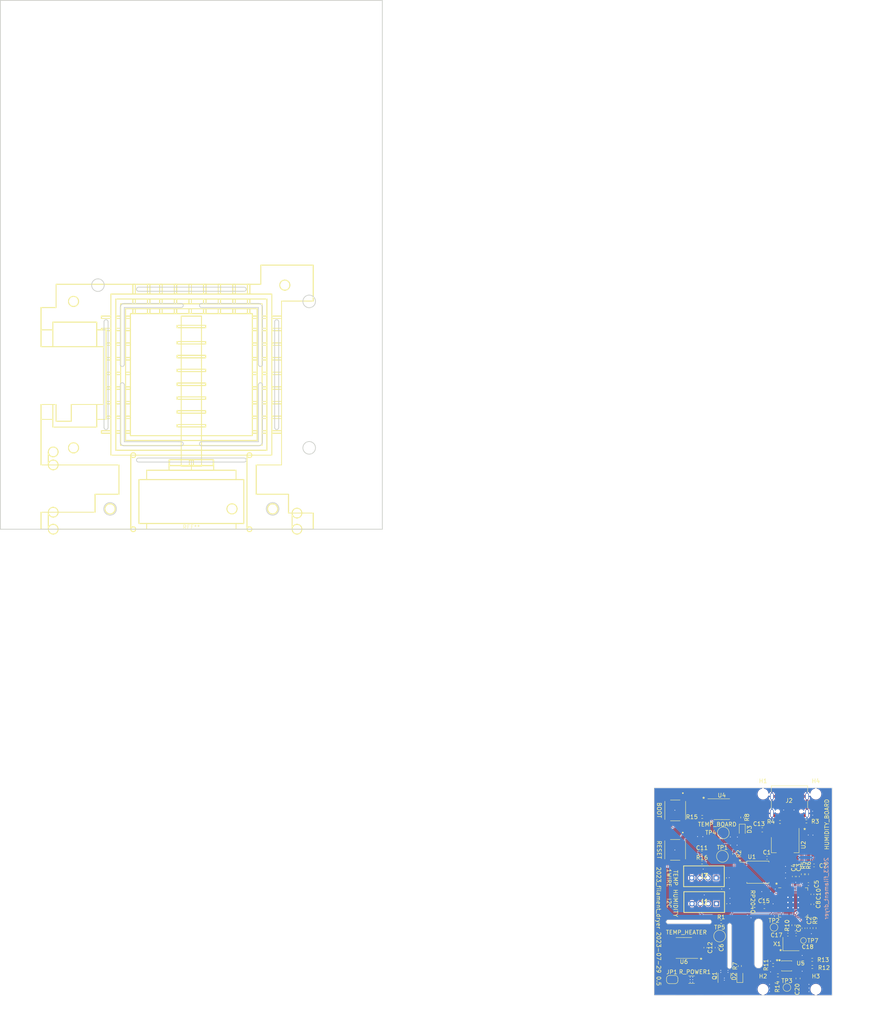
<source format=kicad_pcb>
(kicad_pcb (version 20221018) (generator pcbnew)
  (title_block (title "2023_filament_dryer") (date "2023-07-29") (rev "0.5") (company "Salami Brothers") (comment 1 "Designed by Vishnu Mohanan") (comment 2 "Copyright 2021-2023 CIRCUITSTATE Electronics LLP") (comment 3 "Released under MIT Open-source License"))
  (layers (0 "F.Cu" signal) (31 "B.Cu" signal) (34 "B.Paste" user) (35 "F.Paste" user) (36 "B.SilkS" user "B.Silkscreen") (37 "F.SilkS" user "F.Silkscreen") (38 "B.Mask" user) (39 "F.Mask" user) (44 "Edge.Cuts" user))
  (net 0 "")
  (net 1 "+1V1")
  (net 2 "GND")
  (net 3 "+3V3")
  (net 4 "/RUN")
  (net 5 "/XIN")
  (net 6 "/USB_D+")
  (net 7 "/USB_D-")
  (net 8 "Net-(C18-Pad1)")
  (net 9 "/GPIO_HEATER")
  (net 10 "/HUMIDITY_SDA")
  (net 11 "/HUMIDITY_SCL")
  (net 12 "/TEMP_BOARD_1WIRE")
  (net 17 "/TEMP_HEATING_1WIRE")
  (net 18 "/HUMIDITY_GROVE_SCL")
  (net 34 "/QSPI_SS")
  (net 35 "/XOUT")
  (net 36 "/QSPI_SD1")
  (net 37 "/QSPI_SD2")
  (net 38 "/QSPI_SD0")
  (net 39 "/QSPI_SCLK")
  (net 40 "/QSPI_SD3")
  (net 41 "Net-(D2-A)")
  (net 42 "Net-(D3-K)")
  (net 43 "Net-(J2-CC1)")
  (net 45 "/HUMIDITY_GROVE_SDA")
  (net 46 "Net-(J2-CC2)")
  (net 48 "Net-(U3-USB-DP)")
  (net 49 "Net-(U3-USB-DM)")
  (net 50 "Net-(Q1-D)")
  (net 51 "Net-(U5-ADDR)")
  (net 52 "Net-(U5-~{RESET})")
  (net 65 "/TEMP_GROVE_1WIRE")
  (net 71 "+5V")
  (net 72 "Net-(JP1-B)")
  (footprint "00_project_library:grove_vert_holes" (layer "F.Cu") (at 129.158 85.725 180)
    (fp_text reference "J3")
    (fp_text value "grove_vert_holes" hide)
  )
  (footprint "Resistor_SMD:R_0402_1005Metric_Pad0.72x0.64mm_HandSolder" (layer "F.Cu") (at 130.3915 96.52)
    (fp_text reference "R1")
    (fp_text value "4k7")
  )
  (footprint "TestPoint:TestPoint_Pad_D1.0mm" (layer "F.Cu") (at 150.6474 101.1174)
    (fp_text reference "TP7")
    (fp_text value "TestPoint")
  )
  (footprint "Resistor_SMD:R_0402_1005Metric_Pad0.72x0.64mm_HandSolder" (layer "F.Cu") (at 152.8064 105.8672 180)
    (fp_text reference "R13")
    (fp_text value "10k")
  )
  (footprint "Capacitor_SMD:C_0402_1005Metric" (layer "F.Cu") (at 146.812 99.6696 180)
    (fp_text reference "C17")
    (fp_text value "30p")
  )
  (footprint "00_project_library:dryer_print3d" (layer "F.Cu") (at 0 0)
    (fp_text reference "REF**")
    (fp_text value "dryer_print3d")
  )
  (footprint "00_project_library:SW_TS-1187A-B-A-B" (layer "F.Cu") (at 119.096 69.136 -90)
    (fp_text reference "SW_BOOT1" hide)
    (fp_text value "Boot")
  )
  (footprint "Resistor_SMD:R_0402_1005Metric_Pad0.72x0.64mm_HandSolder" (layer "F.Cu") (at 144.3736 109.6772 180)
    (fp_text reference "R14")
    (fp_text value "10k")
  )
  (footprint "Resistor_SMD:R_0402_1005Metric_Pad0.72x0.64mm_HandSolder" (layer "F.Cu") (at 125.6925 81.915)
    (fp_text reference "R16")
    (fp_text value "4k7")
  )
  (footprint "Capacitor_SMD:C_0402_1005Metric_Pad0.74x0.62mm_HandSolder" (layer "F.Cu") (at 129.286 102.877526 -90)
    (fp_text reference "C6")
    (fp_text value "100n")
  )
  (footprint "Capacitor_SMD:C_0603_1608Metric" (layer "F.Cu") (at 140.5128 73.914 180)
    (fp_text reference "C13")
    (fp_text value "10u")
  )
  (footprint "Capacitor_SMD:C_0402_1005Metric_Pad0.74x0.62mm_HandSolder" (layer "F.Cu") (at 125.6705 79.502)
    (fp_text reference "C11")
    (fp_text value "100n")
  )
  (footprint "Resistor_SMD:R_0402_1005Metric_Pad0.72x0.64mm_HandSolder" (layer "F.Cu") (at 135.001 107.391 90)
    (fp_text reference "R7")
    (fp_text value "470R")
  )
  (footprint "MountingHole:MountingHole_2.2mm_M2" (layer "F.Cu") (at 153.7 113.11)
    (fp_text reference "H3")
    (fp_text value "MountingHole")
  )
  (footprint "Resistor_SMD:R_0402_1005Metric_Pad0.72x0.64mm_HandSolder" (layer "F.Cu") (at 148.1836 97.3582 -90)
    (fp_text reference "R10")
    (fp_text value "1k")
  )
  (footprint "Resistor_SMD:R_0402_1005Metric_Pad0.72x0.64mm_HandSolder" (layer "F.Cu") (at 151.384 71.8312)
    (fp_text reference "R3")
    (fp_text value "5.1K")
  )
  (footprint "Capacitor_SMD:C_0402_1005Metric_Pad0.74x0.62mm_HandSolder" (layer "F.Cu") (at 141.6812 80.772 180)
    (fp_text reference "C1")
    (fp_text value "100n")
  )
  (footprint "TestPoint:TestPoint_Pad_D1.5mm" (layer "F.Cu") (at 143.4084 97.8662)
    (fp_text reference "TP2")
    (fp_text value "TestPoint")
  )
  (footprint "Capacitor_SMD:C_0402_1005Metric_Pad0.74x0.62mm_HandSolder" (layer "F.Cu") (at 126.510423 102.877526 -90)
    (fp_text reference "C12")
    (fp_text value "100n")
  )
  (footprint "00_project_library_circuitstate:RP2040-QFN-56" (layer "F.Cu") (at 148.1099 91.7677)
    (fp_text reference "U3" hide)
    (fp_text value "RP2040")
  )
  (footprint "Resistor_SMD:R_0402_1005Metric_Pad0.72x0.64mm_HandSolder" (layer "F.Cu") (at 150.511 84.836 -90)
    (fp_text reference "R5")
    (fp_text value "27R")
  )
  (footprint "Capacitor_SMD:C_0402_1005Metric_Pad0.74x0.62mm_HandSolder" (layer "F.Cu") (at 151.9428 98.0781 -90)
    (fp_text reference "C2")
    (fp_text value "100n")
  )
  (footprint "Capacitor_SMD:C_0402_1005Metric_Pad0.74x0.62mm_HandSolder" (layer "F.Cu") (at 152.8572 89.7636 -90)
    (fp_text reference "C10")
    (fp_text value "100n")
  )
  (footprint "00_project_library:SON50P250X250X90-9T110X180N" (layer "F.Cu") (at 146.5228 107.3634)
    (fp_text reference "U5")
    (fp_text value "SHT31-DIS")
  )
  (footprint "Capacitor_SMD:C_0402_1005Metric_Pad0.74x0.62mm_HandSolder" (layer "F.Cu") (at 151.8753 87.249)
    (fp_text reference "C5")
    (fp_text value "1u")
  )
  (footprint "Capacitor_SMD:C_0402_1005Metric_Pad0.74x0.62mm_HandSolder" (layer "F.Cu") (at 148.2852 85.3861 90)
    (fp_text reference "C4")
    (fp_text value "1u")
  )
  (footprint "TestPoint:TestPoint_Pad_D2.5mm" (layer "F.Cu") (at 130.9116 74.6506)
    (fp_text reference "TP4")
    (fp_text value "TestPoint")
  )
  (footprint "00_project_library:SW_TS-1187A-B-A-B" (layer "F.Cu") (at 119.0745 78.836 -90)
    (fp_text reference "SW_RESET1" hide)
    (fp_text value "Reset")
  )
  (footprint "Resistor_SMD:R_0402_1005Metric_Pad0.72x0.64mm_HandSolder" (layer "F.Cu") (at 135.5852 70.8659 -90)
    (fp_text reference "R8")
    (fp_text value "470R")
  )
  (footprint "Capacitor_SMD:C_0402_1005Metric_Pad0.74x0.62mm_HandSolder" (layer "F.Cu") (at 150.6474 98.1035 90)
    (fp_text reference "C9")
    (fp_text value "100n")
  )
  (footprint "Capacitor_SMD:C_0402_1005Metric_Pad0.74x0.62mm_HandSolder" (layer "F.Cu") (at 152.8572 92.2274 90)
    (fp_text reference "C8")
    (fp_text value "100n")
  )
  (footprint "MountingHole:MountingHole_2.2mm_M2" (layer "F.Cu") (at 140.7 113.11)
    (fp_text reference "H2")
    (fp_text value "MountingHole")
  )
  (footprint "00_project_library:USB_C_Receptacle_Palconn_UTC16-G" (layer "F.Cu") (at 147.21 67.931 180)
    (fp_text reference "J2")
    (fp_text value "USB_C_Receptacle_USB2.0")
  )
  (footprint "Resistor_SMD:R_0402_1005Metric_Pad0.72x0.64mm_HandSolder" (layer "F.Cu") (at 143.1833 107.1354 180)
    (fp_text reference "R11")
    (fp_text value "10k")
  )
  (footprint "TestPoint:TestPoint_Pad_D1.5mm" (layer "F.Cu") (at 146.5834 112.6744)
    (fp_text reference "TP3")
    (fp_text value "TestPoint")
  )
  (footprint "Package_SO:SOIC-8_3.9x4.9mm_P1.27mm" (layer "F.Cu") (at 121.22 102.946 180)
    (fp_text reference "U6")
    (fp_text value "DS18B20Z")
  )
  (footprint "MountingHole:MountingHole_2.2mm_M2" (layer "F.Cu") (at 153.7 65.11)
    (fp_text reference "H4")
    (fp_text value "MountingHole")
  )
  (footprint "Package_TO_SOT_SMD:SOT-23" (layer "F.Cu") (at 131.18475 109.79275 90)
    (fp_text reference "Q1")
    (fp_text value "NMOS")
  )
  (footprint "Capacitor_SMD:C_0603_1608Metric" (layer "F.Cu") (at 141.0338 92.7608 180)
    (fp_text reference "C15")
    (fp_text value "10u")
  )
  (footprint "Resistor_SMD:R_0402_1005Metric_Pad0.72x0.64mm_HandSolder" (layer "F.Cu") (at 153.378 98.0714 90)
    (fp_text reference "R9")
    (fp_text value "10K")
  )
  (footprint "Resistor_SMD:R_0402_1005Metric_Pad0.72x0.64mm_HandSolder" (layer "F.Cu") (at 133.604 79.8189 -90)
    (fp_text reference "R2")
    (fp_text value "10K")
  )
  (footprint "Package_SO:SOIC-8_5.23x5.23mm_P1.27mm" (layer "F.Cu") (at 139.446 84.328)
    (fp_text reference "U1")
    (fp_text value "W25Q128JVS")
  )
  (footprint "TestPoint:TestPoint_Pad_D2.5mm" (layer "F.Cu") (at 130.7084 80.4164)
    (fp_text reference "TP1")
    (fp_text value "TestPoint")
  )
  (footprint "MountingHole:MountingHole_2.2mm_M2" (layer "F.Cu") (at 140.7 65.11)
    (fp_text reference "H1")
    (fp_text value "MountingHole")
  )
  (footprint "LED_SMD:LED_0603_1608Metric" (layer "F.Cu") (at 135.001 109.9565 90)
    (fp_text reference "D2")
    (fp_text value "HEATING_LED")
  )
  (footprint "Capacitor_SMD:C_0402_1005Metric_Pad0.74x0.62mm_HandSolder" (layer "F.Cu") (at 149.2758 85.3861 90)
    (fp_text reference "C3")
    (fp_text value "100n")
  )
  (footprint "Resistor_SMD:R_1206_3216Metric" (layer "F.Cu") (at 123.1203 110.744)
    (fp_text reference "R_POWER1")
    (fp_text value "120")
  )
  (footprint "Capacitor_SMD:C_0402_1005Metric" (layer "F.Cu") (at 148.844 99.6442)
    (fp_text reference "C18")
    (fp_text value "30p")
  )
  (footprint "Capacitor_SMD:C_0402_1005Metric_Pad0.74x0.62mm_HandSolder" (layer "F.Cu") (at 153.2469 82.6516)
    (fp_text reference "C7")
    (fp_text value "100n")
  )
  (footprint "LED_SMD:LED_0603_1608Metric" (layer "F.Cu") (at 135.5852 73.9901 -90)
    (fp_text reference "D3")
    (fp_text value "POW_LED")
  )
  (footprint "Resistor_SMD:R_0402_1005Metric_Pad0.72x0.64mm_HandSolder" (layer "F.Cu") (at 152.8318 107.618 180)
    (fp_text reference "R12")
    (fp_text value "10k")
  )
  (footprint "Package_TO_SOT_SMD:SOT-223-3_TabPin2" (layer "F.Cu") (at 146.1516 77.6224 -90)
    (fp_text reference "U2")
    (fp_text value "AMS1117-3.3")
  )
  (footprint "Capacitor_SMD:C_0603_1608Metric" (layer "F.Cu") (at 149.3168 110.4504 -90)
    (fp_text reference "C20")
    (fp_text value "10u")
  )
  (footprint "TestPoint:TestPoint_Pad_D2.5mm" (layer "F.Cu") (at 130.0226 100.0252)
    (fp_text reference "TP5")
    (fp_text value "TestPoint")
  )
  (footprint "Jumper:SolderJumper-2_P1.3mm_Open_RoundedPad1.0x1.5mm" (layer "F.Cu") (at 118.3536 110.7186)
    (fp_text reference "JP1")
    (fp_text value "Jumper_2_Bridged")
  )
  (footprint "Resistor_SMD:R_0402_1005Metric_Pad0.72x0.64mm_HandSolder" (layer "F.Cu") (at 151.511 84.836 -90)
    (fp_text reference "R6")
    (fp_text value "27R")
  )
  (footprint "Resistor_SMD:R_0402_1005Metric_Pad0.72x0.64mm_HandSolder" (layer "F.Cu") (at 144.8695 71.9836 180)
    (fp_text reference "R4")
    (fp_text value "5.1K")
  )
  (footprint "Package_SO:SOIC-8_3.9x4.9mm_P1.27mm" (layer "F.Cu") (at 130.556 68.834)
    (fp_text reference "U4")
    (fp_text value "DS18B20Z")
  )
  (footprint "Crystal:Crystal_SMD_3225-4Pin_3.2x2.5mm" (layer "F.Cu") (at 147.5994 101.981)
    (fp_text reference "X1")
    (fp_text value "12MHz Yangxing Tech X322512MSB4SI")
  )
  (footprint "00_project_library:grove_vert_holes" (layer "F.Cu") (at 129.222 92.075 180)
    (fp_text reference "J1")
    (fp_text value "grove_vert_holes" hide)
  )
  (footprint "Resistor_SMD:R_0402_1005Metric_Pad0.72x0.64mm_HandSolder" (layer "F.Cu") (at 125.73 70.739)
    (fp_text reference "R15")
    (fp_text value "4k7")
  )
  (gr_arc (start 13 -17.5) (mid 13.5 -17) (end 13 -16.5) (stroke (width 0.2)) (layer "Edge.Cuts"))
  (gr_arc (start -17.5 -54.5) (mid -17.207107 -55.207107) (end -16.5 -55.5) (stroke (width 0.2)) (layer "Edge.Cuts"))
  (gr_line (start -16.5 -35.5) (end -16.5 -21.5) (stroke (width 0.2)) (layer "Edge.Cuts"))
  (gr_arc (start 17.5 -40.5) (mid 17 -40) (end 16.5 -40.5) (stroke (width 0.2)) (layer "Edge.Cuts"))
  (gr_arc (start 127.516 96.02) (mid 128.016 96.52) (end 127.516 97.02) (stroke (width 0.1)) (layer "Edge.Cuts"))
  (gr_arc (start 131.961 97.401) (mid 132.461 96.901) (end 132.961 97.401) (stroke (width 0.1)) (layer "Edge.Cuts"))
  (gr_line (start 13 -16.5) (end -13 -16.5) (stroke (width 0.2)) (layer "Edge.Cuts"))
  (gr_line (start 16.5 -21.5) (end 16.5 -35.5) (stroke (width 0.2)) (layer "Edge.Cuts"))
  (gr_circle (center -23 -60) (end -21.45 -60) (stroke (width 0.2)) (fill none) (layer "Edge.Cuts"))
  (gr_arc (start -17.5 -35.5) (mid -17 -36) (end -16.5 -35.5) (stroke (width 0.2)) (layer "Edge.Cuts"))
  (gr_line (start -47 -130) (end 47 -130) (stroke (width 0.2)) (layer "Edge.Cuts"))
  (gr_line (start 17.5 -35.5) (end 17.5 -21.5) (stroke (width 0.2)) (layer "Edge.Cuts"))
  (gr_line (start 16.5 -40.5) (end 16.5 -54.5) (stroke (width 0.2)) (layer "Edge.Cuts"))
  (gr_line (start 113.919 63.6) (end 157.7 63.6) (stroke (width 0.1)) (layer "Edge.Cuts"))
  (gr_line (start 157.7 114.6) (end 113.919 114.554) (stroke (width 0.1)) (layer "Edge.Cuts"))
  (gr_arc (start -20.5 -25) (mid -21 -24.5) (end -21.5 -25) (stroke (width 0.2)) (layer "Edge.Cuts"))
  (gr_arc (start -21.5 -51) (mid -21 -51.5) (end -20.5 -51) (stroke (width 0.2)) (layer "Edge.Cuts"))
  (gr_line (start 140.589 96.774) (end 140.589 106.917) (stroke (width 0.1)) (layer "Edge.Cuts"))
  (gr_line (start -2.5 -54.5) (end -16.5 -54.5) (stroke (width 0.2)) (layer "Edge.Cuts"))
  (gr_arc (start 2.5 -20.5) (mid 2 -21) (end 2.5 -21.5) (stroke (width 0.2)) (layer "Edge.Cuts"))
  (gr_arc (start -2.5 -21.5) (mid -2 -21) (end -2.5 -20.5) (stroke (width 0.2)) (layer "Edge.Cuts"))
  (gr_line (start -16.5 -20.5) (end -2.5 -20.5) (stroke (width 0.2)) (layer "Edge.Cuts"))
  (gr_line (start 47 0) (end -47 0) (stroke (width 0.2)) (layer "Edge.Cuts"))
  (gr_line (start -13 -58.5) (end 13 -58.5) (stroke (width 0.2)) (layer "Edge.Cuts"))
  (gr_line (start -13 -59.5) (end 13 -59.5) (stroke (width 0.2)) (layer "Edge.Cuts"))
  (gr_arc (start 21.5 -25) (mid 21 -24.5) (end 20.5 -25) (stroke (width 0.2)) (layer "Edge.Cuts"))
  (gr_arc (start 138.589 96.774) (mid 139.589 95.774) (end 140.589 96.774) (stroke (width 0.1)) (layer "Edge.Cuts"))
  (gr_arc (start 16.5 -35.5) (mid 17 -36) (end 17.5 -35.5) (stroke (width 0.2)) (layer "Edge.Cuts"))
  (gr_line (start 132.961 107.544) (end 132.961 97.401) (stroke (width 0.1)) (layer "Edge.Cuts"))
  (gr_line (start -17.5 -21.5) (end -17.5 -35.5) (stroke (width 0.2)) (layer "Edge.Cuts"))
  (gr_line (start 2.5 -21.5) (end 16.5 -21.5) (stroke (width 0.2)) (layer "Edge.Cuts"))
  (gr_line (start -20.5 -51) (end -20.5 -25) (stroke (width 0.2)) (layer "Edge.Cuts"))
  (gr_arc (start -16.5 -40.5) (mid -17 -40) (end -17.5 -40.5) (stroke (width 0.2)) (layer "Edge.Cuts"))
  (gr_line (start 16.5 -55.5) (end 2.5 -55.5) (stroke (width 0.2)) (layer "Edge.Cuts"))
  (gr_arc (start 140.589 106.917) (mid 139.589 107.917) (end 138.589 106.917) (stroke (width 0.1)) (layer "Edge.Cuts"))
  (gr_arc (start 132.961 107.544) (mid 132.461 108.044) (end 131.961 107.544) (stroke (width 0.1)) (layer "Edge.Cuts"))
  (gr_arc (start 117.373 97.02) (mid 116.873 96.52) (end 117.373 96.02) (stroke (width 0.1)) (layer "Edge.Cuts"))
  (gr_arc (start -13 -58.5) (mid -13.5 -59) (end -13 -59.5) (stroke (width 0.2)) (layer "Edge.Cuts"))
  (gr_line (start 138.589 96.774) (end 138.589 106.917) (stroke (width 0.1)) (layer "Edge.Cuts"))
  (gr_circle (center 29 -56) (end 30.55 -56) (stroke (width 0.2)) (fill none) (layer "Edge.Cuts"))
  (gr_line (start 13 -17.5) (end -13 -17.5) (stroke (width 0.2)) (layer "Edge.Cuts"))
  (gr_line (start 157.7 63.6) (end 157.7 114.6) (stroke (width 0.1)) (layer "Edge.Cuts"))
  (gr_line (start 17.5 -54.5) (end 17.5 -40.5) (stroke (width 0.2)) (layer "Edge.Cuts"))
  (gr_line (start 20.5 -25) (end 20.5 -51) (stroke (width 0.2)) (layer "Edge.Cuts"))
  (gr_line (start 113.919 114.554) (end 113.919 63.6) (stroke (width 0.1)) (layer "Edge.Cuts"))
  (gr_line (start -2.5 -21.5) (end -16.5 -21.5) (stroke (width 0.2)) (layer "Edge.Cuts"))
  (gr_line (start 2.5 -54.5) (end 16.5 -54.5) (stroke (width 0.2)) (layer "Edge.Cuts"))
  (gr_arc (start -13 -16.5) (mid -13.5 -17) (end -13 -17.5) (stroke (width 0.2)) (layer "Edge.Cuts"))
  (gr_line (start -47 0) (end -47 -130) (stroke (width 0.2)) (layer "Edge.Cuts"))
  (gr_arc (start 20.5 -51) (mid 21 -51.5) (end 21.5 -51) (stroke (width 0.2)) (layer "Edge.Cuts"))
  (gr_line (start -17.5 -40.5) (end -17.5 -54.5) (stroke (width 0.2)) (layer "Edge.Cuts"))
  (gr_line (start 117.373 97.02) (end 127.516 97.02) (stroke (width 0.1)) (layer "Edge.Cuts"))
  (gr_line (start -16.5 -54.5) (end -16.5 -40.5) (stroke (width 0.2)) (layer "Edge.Cuts"))
  (gr_arc (start 16.5 -55.5) (mid 17.207107 -55.207107) (end 17.5 -54.5) (stroke (width 0.2)) (layer "Edge.Cuts"))
  (gr_line (start 131.961 107.544) (end 131.961 97.401) (stroke (width 0.1)) (layer "Edge.Cuts"))
  (gr_line (start 16.5 -20.5) (end 2.5 -20.5) (stroke (width 0.2)) (layer "Edge.Cuts"))
  (gr_line (start -21.5 -51) (end -21.5 -25) (stroke (width 0.2)) (layer "Edge.Cuts"))
  (gr_line (start 117.373 96.02) (end 127.516 96.02) (stroke (width 0.1)) (layer "Edge.Cuts"))
  (gr_circle (center 20 -5) (end 21.55 -5) (stroke (width 0.2)) (fill none) (layer "Edge.Cuts"))
  (gr_circle (center -20 -5) (end -18.45 -5) (stroke (width 0.2)) (fill none) (layer "Edge.Cuts"))
  (gr_arc (start -16.5 -20.5) (mid -17.207107 -20.792893) (end -17.5 -21.5) (stroke (width 0.2)) (layer "Edge.Cuts"))
  (gr_arc (start 13 -59.5) (mid 13.5 -59) (end 13 -58.5) (stroke (width 0.2)) (layer "Edge.Cuts"))
  (gr_line (start 47 -130) (end 47 0) (stroke (width 0.2)) (layer "Edge.Cuts"))
  (gr_arc (start 17.5 -21.5) (mid 17.207107 -20.792893) (end 16.5 -20.5) (stroke (width 0.2)) (layer "Edge.Cuts"))
  (gr_arc (start 2.5 -54.5) (mid 2 -55) (end 2.5 -55.5) (stroke (width 0.2)) (layer "Edge.Cuts"))
  (gr_circle (center 29 -20) (end 30.55 -20) (stroke (width 0.2)) (fill none) (layer "Edge.Cuts"))
  (gr_arc (start -2.5 -55.5) (mid -2 -55) (end -2.5 -54.5) (stroke (width 0.2)) (layer "Edge.Cuts"))
  (gr_line (start 21.5 -25) (end 21.5 -51) (stroke (width 0.2)) (layer "Edge.Cuts"))
  (gr_line (start -16.5 -55.5) (end -2.5 -55.5) (stroke (width 0.2)) (layer "Edge.Cuts"))
  (gr_text "${TITLE}" (at 156.8535 80.6034 90) (layer "B.SilkS") (effects (font (size 1 1)) (justify left bottom mirror)))
  (gr_text "*" (at 125.603 66.929) (layer "F.SilkS") (effects (font (size 1 1)) (justify left bottom)))
  (gr_text "*" (at 134.5438 82.3214) (layer "F.SilkS") (effects (font (size 1 1)) (justify left bottom)))
  (gr_text "RP2040" (at 138.176 91.5924 270) (layer "F.SilkS") (effects (font (size 1 1))))
  (gr_text "TEMP\n1WIRE" (at 116.967 85.725 -90) (layer "F.SilkS") (effects (font (size 1 1)) (justify bottom)))
  (gr_text "HUMIDITY_BOARD" (at 156.9974 78.9178 90) (layer "F.SilkS") (effects (font (size 1 1)) (justify left bottom)))
  (gr_text "*" (at 124.968 106.502) (layer "F.SilkS") (effects (font (size 1 1)) (justify left bottom)))
  (gr_text "TEMP_HEATER" (at 116.713 99.695) (layer "F.SilkS") (effects (font (size 1 1)) (justify left bottom)))
  (gr_text "HUMIDITY\nI2C" (at 116.967 91.948 270) (layer "F.SilkS") (effects (font (size 1 1)) (justify bottom)))
  (gr_text "*" (at 143.5379 88.0339) (layer "F.SilkS") (effects (font (size 1 1)) (justify left bottom)))
  (gr_text "${TITLE} ${ISSUE_DATE} ${REVISION}" (at 114.427 82.931 270) (layer "F.SilkS") (effects (font (size 1 1)) (justify left bottom)))
  (gr_text "*" (at 150.4696 74.5998) (layer "F.SilkS") (effects (font (size 1 1)) (justify left bottom)))
  (gr_text "RESET" (at 114.554 76.454 270) (layer "F.SilkS") (effects (font (size 1 1)) (justify left bottom)))
  (gr_text "BOOT" (at 114.554 67.056 270) (layer "F.SilkS") (effects (font (size 1 1)) (justify left bottom)))
  (gr_text "*" (at 144.5514 104.394) (layer "F.SilkS") (effects (font (size 1 1)) (justify left bottom)))
  (gr_text "TEMP_BOARD" (at 124.587 73.152) (layer "F.SilkS") (effects (font (size 1 1)) (justify left bottom)))
  (gr_text "*" (at 143.6878 106.8578) (layer "F.SilkS") (effects (font (size 1 1)) (justify left bottom)))
  (segment (start 148.7099 94.6935) (end 148.7099 95.2052) (width 0.15) (layer "F.Cu") (net 1))
  (segment (start 148.7099 95.6493) (end 149.9108 96.8502) (width 0.15) (layer "F.Cu") (net 1))
  (segment (start 148.2852 85.9536) (end 149.2758 85.9536) (width 0.15) (layer "F.Cu") (net 1))
  (segment (start 151.9428 97.0534) (end 151.9428 97.5106) (width 0.15) (layer "F.Cu") (net 1))
  (segment (start 148.7099 94.6935) (end 149.0575 94.3459) (width 0.15) (layer "F.Cu") (net 1))
  (segment (start 147.9099 87.5227) (end 147.955 87.4776) (width 0.15) (layer "F.Cu") (net 1))
  (segment (start 147.955 87.4776) (end 147.955 86.2838) (width 0.15) (layer "F.Cu") (net 1))
  (segment (start 149.9099 87.5801) (end 149.987 87.503) (width 0.15) (layer "F.Cu") (net 1))
  (segment (start 147.9099 88.3302) (end 147.9099 87.5227) (width 0.15) (layer "F.Cu") (net 1))
  (segment (start 149.9099 88.3302) (end 149.9099 87.5801) (width 0.15) (layer "F.Cu") (net 1))
  (segment (start 151.7396 96.8502) (end 151.9428 97.0534) (width 0.15) (layer "F.Cu") (net 1))
  (segment (start 149.9108 96.8502) (end 151.7396 96.8502) (width 0.15) (layer "F.Cu") (net 1))
  (segment (start 148.7099 95.2052) (end 148.7099 95.6493) (width 0.15) (layer "F.Cu") (net 1))
  (segment (start 147.955 86.2838) (end 148.2852 85.9536) (width 0.15) (layer "F.Cu") (net 1))
  (via (at 149.0575 94.3459) (size 0.4) (drill 0.2) (layers "F.Cu" "B.Cu") (net 1))
  (via (at 147.955 87.4776) (size 0.4) (drill 0.2) (layers "F.Cu" "B.Cu") (net 1))
  (via (at 149.987 87.503) (size 0.4) (drill 0.2) (layers "F.Cu" "B.Cu") (net 1))
  (segment (start 147.9804 87.503) (end 148.728 87.503) (width 0.15) (layer "B.Cu") (net 1))
  (segment (start 148.728 87.503) (end 149.987 87.503) (width 0.15) (layer "B.Cu") (net 1))
  (segment (start 149.0575 94.3459) (end 148.717 94.0054) (width 0.15) (layer "B.Cu") (net 1))
  (segment (start 148.717 94.0054) (end 148.717 87.514) (width 0.15) (layer "B.Cu") (net 1))
  (segment (start 147.955 87.4776) (end 147.9804 87.503) (width 0.15) (layer "B.Cu") (net 1))
  (segment (start 144.01 70.441) (end 143.47 70.441) (width 0.6) (layer "F.Cu") (net 2))
  (segment (start 143.47 70.441) (end 142.89 69.861) (width 0.6) (layer "F.Cu") (net 2))
  (segment (start 150.41 70.441) (end 150.95 70.441) (width 0.6) (layer "F.Cu") (net 2))
  (segment (start 147.6978 107.1134) (end 146.7728 107.1134) (width 0.15) (layer "F.Cu") (net 2))
  (segment (start 150.95 70.441) (end 151.53 69.861) (width 0.6) (layer "F.Cu") (net 2))
  (segment (start 120.9925 66.215) (end 120.9925 72.215) (width 0.15) (layer "F.Cu") (net 2))
  (segment (start 142.89 65.691) (end 151.53 65.691) (width 0.6) (layer "F.Cu") (net 2))
  (segment (start 151.53 69.861) (end 151.53 65.691) (width 0.6) (layer "F.Cu") (net 2))
  (via (at 124.587 75.565) (size 0.4) (drill 0.2) (layers "F.Cu" "B.Cu") (net 2))
  (via (at 152 112.8) (size 0.4) (drill 0.2) (layers "F.Cu" "B.Cu") (net 2))
  (via (at 143.1798 92.1004) (size 0.4) (drill 0.2) (layers "F.Cu" "B.Cu") (net 2))
  (via (at 132.461 88.392) (size 0.4) (drill 0.2) (layers "F.Cu" "B.Cu") (net 2))
  (via (at 118.999 78.867) (size 0.4) (drill 0.2) (layers "F.Cu" "B.Cu") (net 2))
  (via (at 132.6642 75.6666) (size 0.4) (drill 0.2) (layers "F.Cu" "B.Cu") (net 2))
  (via (at 130.302 108.458) (size 0.4) (drill 0.2) (layers "F.Cu" "B.Cu") (net 2))
  (via (at 142.3 113.7) (size 0.4) (drill 0.2) (layers "F.Cu" "B.Cu") (net 2))
  (via (at 122.7628 110.109) (size 0.4) (drill 0.2) (layers "F.Cu" "B.Cu") (net 2))
  (via (at 143.256 71.9836) (size 0.4) (drill 0.2) (layers "F.Cu" "B.Cu") (net 2))
  (via (at 132.715 77.6732) (size 0.4) (drill 0.2) (layers "F.Cu" "B.Cu") (net 2))
  (via (at 142.5448 106.1974) (size 0.4) (drill 0.2) (layers "F.Cu" "B.Cu") (net 2))
  (via (at 123.3978 110.109) (size 0.4) (drill 0.2) (layers "F.Cu" "B.Cu") (net 2))
  (via (at 147.0406 96.4184) (size 0.4) (drill 0.2) (layers "F.Cu" "B.Cu") (net 2))
  (via (at 125.984 83.566) (size 0.4) (drill 0.2) (layers "F.Cu" "B.Cu") (net 2))
  (via (at 147.0152 97.3836) (size 0.4) (drill 0.2) (layers "F.Cu" "B.Cu") (net 2))
  (via (at 140.4366 90.7034) (size 0.4) (drill 0.2) (layers "F.Cu" "B.Cu") (net 2))
  (via (at 146.8628 98.7806) (size 0.4) (drill 0.2) (layers "F.Cu" "B.Cu") (net 2))
  (via (at 132.588 92.0496) (size 0.4) (drill 0.2) (layers "F.Cu" "B.Cu") (net 2))
  (via (at 134.3914 75.692) (size 0.4) (drill 0.2) (layers "F.Cu" "B.Cu") (net 2))
  (via (at 142.5448 108.839) (size 0.4) (drill 0.2) (layers "F.Cu" "B.Cu") (net 2))
  (via (at 152.908 69.342) (size 0.4) (drill 0.2) (layers "F.Cu" "B.Cu") (net 2))
  (via (at 148.336 69.0372) (size 0.4) (drill 0.2) (layers "F.Cu" "B.Cu") (net 2))
  (via (at 151.4204 95.1043) (size 0.4) (drill 0.2) (layers "F.Cu" "B.Cu") (net 2))
  (via (at 143.51 95.0976) (size 0.4) (drill 0.2) (layers "F.Cu" "B.Cu") (net 2))
  (via (at 123.3978 110.744) (size 0.4) (drill 0.2) (layers "F.Cu" "B.Cu") (net 2))
  (via (at 148.6408 98.7552) (size 0.4) (drill 0.2) (layers "F.Cu" "B.Cu") (net 2))
  (via (at 134.3152 77.6732) (size 0.4) (drill 0.2) (layers "F.Cu" "B.Cu") (net 2))
  (via (at 140.3858 89.1032) (size 0.4) (drill 0.2) (layers "F.Cu" "B.Cu") (net 2))
  (via (at 150.3426 104.8004) (size 0.4) (drill 0.2) (layers "F.Cu" "B.Cu") (net 2))
  (via (at 125.8824 75.5904) (size 0.4) (drill 0.2) (layers "F.Cu" "B.Cu") (net 2))
  (via (at 146.2532 84.4804) (size 0.4) (drill 0.2) (layers "F.Cu" "B.Cu") (net 2))
  (via (at 126.238 89.916) (size 0.4) (drill 0.2) (layers "F.Cu" "B.Cu") (net 2))
  (via (at 152.6032 99.441) (size 0.4) (drill 0.2) (layers "F.Cu" "B.Cu") (net 2))
  (via (at 122.7628 111.379) (size 0.4) (drill 0.2) (layers "F.Cu" "B.Cu") (net 2))
  (via (at 152 113.7) (size 0.4) (drill 0.2) (layers "F.Cu" "B.Cu") (net 2))
  (via (at 122.7628 110.744) (size 0.4) (drill 0.2) (layers "F.Cu" "B.Cu") (net 2))
  (via (at 132.08 108.966) (size 0.4) (drill 0.2) (layers "F.Cu" "B.Cu") (net 2))
  (via (at 131.191 110.363) (size 0.4) (drill 0.2) (layers "F.Cu" "B.Cu") (net 2))
  (via (at 146.2278 82.9056) (size 0.4) (drill 0.2) (layers "F.Cu" "B.Cu") (net 2))
  (via (at 145.7706 69.0372) (size 0.4) (drill 0.2) (layers "F.Cu" "B.Cu") (net 2))
  (via (at 150.4188 106.7562) (size 0.4) (drill 0.2) (layers "F.Cu" "B.Cu") (net 2))
  (via (at 118.999 69.088) (size 0.4) (drill 0.2) (layers "F.Cu" "B.Cu") (net 2))
  (via (at 146.2278 85.7758) (size 0.4) (drill 0.2) (layers "F.Cu" "B.Cu") (net 2))
  (via (at 150.3426 108.6612) (size 0.4) (drill 0.2) (layers "F.Cu" "B.Cu") (net 2))
  (via (at 150.4188 87.0712) (size 0.4) (drill 0.2) (layers "F.Cu" "B.Cu") (net 2))
  (via (at 142.5448 89.027) (size 0.4) (drill 0.2) (layers "F.Cu" "B.Cu") (net 2))
  (via (at 136.8552 94.869) (size 0.4) (drill 0.2) (layers "F.Cu" "B.Cu") (net 2))
  (via (at 132.08 108.458) (size 0.4) (drill 0.2) (layers "F.Cu" "B.Cu") (net 2))
  (via (at 152.9334 70.3072) (size 0.4) (drill 0.2) (layers "F.Cu" "B.Cu") (net 2))
  (via (at 132.5626 90.7288) (size 0.4) (drill 0.2) (layers "F.Cu" "B.Cu") (net 2))
  (via (at 142.3 112.8) (size 0.4) (drill 0.2) (layers "F.Cu" "B.Cu") (net 2))
  (via (at 152 111.9) (size 0.4) (drill 0.2) (layers "F.Cu" "B.Cu") (net 2))
  (via (at 142.3 111.9) (size 0.4) (drill 0.2) (layers "F.Cu" "B.Cu") (net 2))
  (via (at 130.5306 88.4428) (size 0.4) (drill 0.2) (layers "F.Cu" "B.Cu") (net 2))
  (via (at 132.3848 85.6742) (size 0.4) (drill 0.2) (layers "F.Cu" "B.Cu") (net 2))
  (via (at 131.191 110.871) (size 0.4) (drill 0.2) (layers "F.Cu" "B.Cu") (net 2))
  (via (at 142.6464 71.9836) (size 0.4) (drill 0.2) (layers "F.Cu" "B.Cu") (net 2))
  (via (at 123.3978 111.379) (size 0.4) (drill 0.2) (layers "F.Cu" "B.Cu") (net 2))
  (via (at 151.4348 95.9358) (size 0.4) (drill 0.2) (layers "F.Cu" "B.Cu") (net 2))
  (via (at 152.0444 83.3628) (size 0.4) (drill 0.2) (layers "F.Cu" "B.Cu") (net 2))
  (via (at 152.9842 75.2094) (size 0.4) (drill 0.2) (layers "F.Cu" "B.Cu") (net 2))
  (via (at 151.8412 75.184) (size 0.4) (drill 0.2) (layers "F.Cu" "B.Cu") (net 2))
  (via (at 137.7442 95.5294) (size 0.4) (drill 0.2) (layers "F.Cu" "B.Cu") (net 2))
  (via (at 143.7132 88.4682) (size 0.4) (drill 0.2) (layers "F.Cu" "B.Cu") (net 2))
  (via (at 130.302 108.966) (size 0.4) (drill 0.2) (layers "F.Cu" "B.Cu") (net 2))
  (via (at 148.7424 86.8172) (size 0.4) (drill 0.2) (layers "F.Cu" "B.Cu") (net 2))
  (segment (start 152.6794 80.9623) (end 152.4762 81.0006) (width 0.3) (layer "F.Cu") (net 3))
  (segment (start 123.695 102.311) (end 126.509449 102.311) (width 0.3) (layer "F.Cu") (net 3))
  (segment (start 148.6719 89.1897) (end 145.9635 89.1897) (width 0.3) (layer "F.Cu") (net 3))
  (segment (start 125.1953 76.2508) (end 125.222 69.469) (width 0.3) (layer "F.Cu") (net 3))
  (segment (start 128.143 98.044) (end 122.047 98.044) (width 0.3) (layer "F.Cu") (net 3))
  (segment (start 149.3168 108.4736) (end 149.3168 109.6754) (width 0.15) (layer "F.Cu") (net 3))
  (segment (start 151.1323 87.1451) (end 152.6794 85.598) (width 0.3) (layer "F.Cu") (net 3))
  (segment (start 148.303 95.7758) (end 149.3266 96.7994) (width 0.15) (layer "F.Cu") (net 3))
  (segment (start 150.7039 89.4437) (end 150.7039 92.8183) (width 0.3) (layer "F.Cu") (net 3))
  (segment (start 148.3099 94.1585) (end 148.717 93.7514) (width 0.3) (layer "F.Cu") (net 3))
  (segment (start 152.6794 83.0834) (end 152.6794 80.9623) (width 0.3) (layer "F.Cu") (net 3))
  (segment (start 149.7076 80.4672) (end 149.7076 81.0514) (width 0.3) (layer "F.Cu") (net 3))
  (segment (start 151.6144 109.6754) (end 153.416 107.8738) (width 0.3) (layer "F.Cu") (net 3))
  (segment (start 152.6794 83.0834) (end 152.6794 82.6516) (width 0.3) (layer "F.Cu") (net 3))
  (segment (start 150.5769 89.3167) (end 150.7039 89.4437) (width 0.3) (layer "F.Cu") (net 3))
  (segment (start 143.0532 80.7724) (end 143.0528 80.772) (width 0.3) (layer "F.Cu") (net 3))
  (segment (start 153.416 107.8738) (end 153.416 98.7577) (width 0.3) (layer "F.Cu") (net 3))
  (segment (start 149.377 80.7724) (end 146.1516 80.7724) (width 1) (layer "F.Cu") (net 3))
  (segment (start 133.0198 76.708) (end 134.0358 76.708) (width 1) (layer "F.Cu") (net 3))
  (segment (start 125.2715 76.327) (end 125.1953 76.2508) (width 0.3) (layer "F.Cu") (net 3))
  (segment (start 150.7099 87.8051) (end 151.1323 87.3827) (width 0.3) (layer "F.Cu") (net 3))
  (segment (start 150.7545 92.7677) (end 150.7039 92.8183) (width 0.15) (layer "F.Cu") (net 3))
  (segment (start 148.717 93.7514) (end 150.3426 93.7514) (width 0.3) (layer "F.Cu") (net 3))
  (segment (start 146.1516 76.3016) (end 146.1516 74.4724) (width 1) (layer "F.Cu") (net 3))
  (segment (start 125.984 94.996) (end 128.143 94.996) (width 0.3) (layer "F.Cu") (net 3))
  (segment (start 151.5474 89.1677) (end 151.13665 88.75695) (width 0.15) (layer "F.Cu") (net 3))
  (segment (start 125.222 69.469) (end 128.081 69.469) (width 0.3) (layer "F.Cu") (net 3))
  (segment (start 145.7452 89.408) (end 145.7452 92.71) (width 0.3) (layer "F.Cu") (net 3))
  (segment (start 148.1478 108.1134) (end 148.9566 108.1134) (width 0.15) (layer "F.Cu") (net 3))
  (segment (start 145.5049 89.1677) (end 145.7452 89.408) (width 0.15) (layer "F.Cu") (net 3))
  (segment (start 143.0528 80.772) (end 143.0528 82.4162) (width 0.3) (layer "F.Cu") (net 3))
  (segment (start 150.3099 88.3302) (end 150.7099 88.3302) (width 0.15) (layer "F.Cu") (net 3))
  (segment (start 133.5278 76.708) (end 133.0198 76.708) (width 0.3) (layer "F.Cu") (net 3))
  (segment (start 146.1516 80.7724) (end 143.0532 80.7724) (width 0.3) (layer "F.Cu") (net 3))
  (segment (start 149.3266 97.3502) (end 150.6474 98.671) (width 0.15) (layer "F.Cu") (net 3))
  (segment (start 126.510423 102.310026) (end 129.286 102.310026) (width 0.3) (layer "F.Cu") (net 3))
  (segment (start 122.123 102.311) (end 123.695 102.311) (width 0.3) (layer "F.Cu") (net 3))
  (segment (start 144.6724 92.7677) (end 145.6875 92.7677) (width 0.15) (layer "F.Cu") (net 3))
  (segment (start 133.604 76.3778) (end 133.604 79.2214) (width 0.3) (layer "F.Cu") (net 3))
  (segment (start 152.4762 80.4926) (end 152.4891 80.772) (width 0.3) (layer "F.Cu") (net 3))
  (segment (start 151.5474 92.7677) (end 152.7705 92.7677) (width 0.15) (layer "F.Cu") (net 3))
  (segment (start 129.794 96.52) (end 128.778 96.52) (width 0.15) (layer "F.Cu") (net 3))
  (segment (start 151.13665 88.75695) (end 150.7099 88.3302) (width 0.3) (layer "F.Cu") (net 3))
  (segment (start 128.778 96.52) (end 128.778 97.409) (width 0.3) (layer "F.Cu") (net 3))
  (segment (start 152.6794 85.598) (end 152.6794 83.0834) (width 0.3) (layer "F.Cu") (net 3))
  (segment (start 148.3099 88.3302) (end 148.7099 88.3302) (width 0.15) (layer "F.Cu") (net 3))
  (segment (start 135.5852 76.327) (end 135.5852 74.7776) (width 0.3) (layer "F.Cu") (net 3))
  (segment (start 150.7099 88.3302) (end 150.7099 87.8051) (width 0.3) (layer "F.Cu") (net 3))
  (segment (start 152.4762 81.0006) (end 152.4762 80.4926) (width 0.3) (layer "F.Cu") (net 3))
  (segment (start 125.158 85.725) (end 125.1953 76.2508) (width 0.3) (layer "F.Cu") (net 3))
  (segment (start 135.5598 76.708) (end 146.1008 76.708) (width 1) (layer "F.Cu") (net 3))
  (segment (start 144.9729 109.6754) (end 151.6144 109.6754) (width 0.3) (layer "F.Cu") (net 3))
  (segment (start 121.666 101.854) (end 122.123 102.311) (width 0.3) (layer "F.Cu") (net 3))
  (segment (start 145.6875 92.7677) (end 145.6944 92.7608) (width 0.15) (layer "F.Cu") (net 3))
  (segment (start 150.5769 89.3167) (end 151.13665 88.75695) (width 0.3) (layer "F.Cu") (net 3))
  (segment (start 146.1262 76.327) (end 146.1516 76.3016) (width 0.3) (layer "F.Cu") (net 3))
  (segment (start 148.3099 94.672725) (end 148.3099 94.1585) (width 0.3) (layer "F.Cu") (net 3))
  (segment (start 150.7039 93.3901) (end 150.7039 92.8183) (width 0.3) (layer "F.Cu") (net 3))
  (segment (start 151.5474 92.7677) (end 150.7545 92.7677) (width 0.15) (layer "F.Cu") (net 3))
  (segment (start 148.303 95.2121) (end 148.303 95.7758) (width 0.15) (layer "F.Cu") (net 3))
  (segment (start 148.9566 108.1134) (end 149.3168 108.4736) (width 0.15) (layer "F.Cu") (net 3))
  (segment (start 149.7076 81.0514) (end 149.7072 80.7724) (width 0.3) (layer "F.Cu") (net 3))
  (segment (start 148.7099 89.1517) (end 148.6719 89.1897) (width 0.15) (layer "F.Cu") (net 3))
  (segment (start 150.3426 93.7514) (end 150.7039 93.3901) (width 0.3) (layer "F.Cu") (net 3))
  (segment (start 151.5474 89.1677) (end 152.657 89.1677) (width 0.15) (layer "F.Cu") (net 3))
  (segment (start 128.778 97.409) (end 128.143 98.044) (width 0.3) (layer "F.Cu") (net 3))
  (segment (start 144.6724 92.7677) (end 141.8157 92.7677) (width 0.15) (layer "F.Cu") (net 3))
  (segment (start 144.6724 89.1677) (end 145.5049 89.1677) (width 0.15) (layer "F.Cu") (net 3))
  (segment (start 125.158 85.725) (end 125.222 94.361) (width 0.3) (layer "F.Cu") (net 3))
  (segment (start 153.2128 99.9744) (end 151.9508 99.9744) (width 0.3) (layer "F.Cu") (net 3))
  (segment (start 121.666 98.425) (end 121.666 101.854) (width 0.3) (layer "F.Cu") (net 3))
  (segment (start 149.3266 96.7994) (end 149.3266 97.3502) (width 0.15) (layer "F.Cu") (net 3))
  (segment (start 146.1516 76.3016) (end 146.1516 80.7724) (width 1) (layer "F.Cu") (net 3))
  (segment (start 150.4499 89.1897) (end 150.5769 89.3167) (width 0.3) (layer "F.Cu") (net 3))
  (segment (start 143.0528 80.772) (end 142.2487 80.772) (width 0.3) (layer "F.Cu") (net 3))
  (segment (start 133.0198 76.708) (end 125.2461 76.708) (width 1) (layer "F.Cu") (net 3))
  (segment (start 148.7099 88.3302) (end 148.7099 89.1517) (width 0.15) (layer "F.Cu") (net 3))
  (segment (start 125.222 94.361) (end 125.984 94.996) (width 0.3) (layer "F.Cu") (net 3))
  (segment (start 128.778 95.504) (end 128.778 96.52) (width 0.3) (layer "F.Cu") (net 3))
  (segment (start 134.0358 76.708) (end 135.5598 76.708) (width 1) (layer "F.Cu") (net 3))
  (segment (start 151.9508 99.9744) (end 150.6474 98.671) (width 0.3) (layer "F.Cu") (net 3))
  (segment (start 145.9635 89.1897) (end 145.7452 89.408) (width 0.3) (layer "F.Cu") (net 3))
  (segment (start 148.6719 89.1897) (end 150.4499 89.1897) (width 0.3) (layer "F.Cu") (net 3))
  (segment (start 128.143 94.996) (end 128.778 95.504) (width 0.3) (layer "F.Cu") (net 3))
  (segment (start 145.7452 92.71) (end 145.6944 92.7608) (width 0.3) (layer "F.Cu") (net 3))
  (segment (start 122.047 98.044) (end 121.666 98.425) (width 0.3) (layer "F.Cu") (net 3))
  (segment (start 149.7076 80.772) (end 149.7076 80.4672) (width 0.3) (layer "F.Cu") (net 3))
  (via (at 149.7076 81.0514) (size 0.4) (drill 0.2) (layers "F.Cu" "B.Cu") (net 3))
  (via (at 149.7076 80.4672) (size 0.4) (drill 0.2) (layers "F.Cu" "B.Cu") (net 3))
  (via (at 152.8826 80.7466) (size 0.4) (drill 0.2) (layers "F.Cu" "B.Cu") (net 3))
  (via (at 152.4762 81.0006) (size 0.4) (drill 0.2) (layers "F.Cu" "B.Cu") (net 3))
  (via (at 152.4762 80.4926) (size 0.4) (drill 0.2) (layers "F.Cu" "B.Cu") (net 3))
  (via (at 149.4028 80.7466) (size 0.4) (drill 0.2) (layers "F.Cu" "B.Cu") (net 3))
  (segment (start 152.6286 80.7466) (end 152.654 80.772) (width 1) (layer "B.Cu") (net 3))
  (segment (start 149.6822 80.7466) (end 152.6286 80.7466) (width 1) (layer "B.Cu") (net 3))
  (segment (start 117.1995 81.836) (end 117.1995 75.836) (width 0.15) (layer "F.Cu") (net 4))
  (segment (start 153.378 96.9646) (end 153.378 97.4739) (width 0.15) (layer "F.Cu") (net 4))
  (segment (start 149.9099 95.2052) (end 149.9099 96.112978) (width 0.15) (layer "F.Cu") (net 4))
  (segment (start 117.1995 81.836) (end 117.1995 82.9525) (width 0.15) (layer "F.Cu") (net 4))
  (segment (start 149.9099 96.112978) (end 149.910522 96.1136) (width 0.15) (layer "F.Cu") (net 4))
  (segment (start 150.316922 96.52) (end 152.9334 96.52) (width 0.15) (layer "F.Cu") (net 4))
  (segment (start 149.910522 96.1136) (end 150.316922 96.52) (width 0.15) (layer "F.Cu") (net 4))
  (segment (start 152.9334 96.52) (end 153.378 96.9646) (width 0.15) (layer "F.Cu") (net 4))
  (via (at 117.1995 82.9525) (size 0.4) (drill 0.2) (layers "F.Cu" "B.Cu") (net 4))
  (via (at 149.910522 96.1136) (size 0.4) (drill 0.2) (layers "F.Cu" "B.Cu") (net 4))
  (segment (start 117.1956 92.8624) (end 117.1956 82.9564) (width 0.15) (layer "B.Cu") (net 4))
  (segment (start 117.1956 82.9564) (end 117.1995 82.9525) (width 0.15) (layer "B.Cu") (net 4))
  (segment (start 118.8212 94.488) (end 117.1956 92.8624) (width 0.15) (layer "B.Cu") (net 4))
  (segment (start 136.679159 94.444) (end 136.635159 94.488) (width 0.15) (layer "B.Cu") (net 4))
  (segment (start 136.635159 94.488) (end 118.8212 94.488) (width 0.15) (layer "B.Cu") (net 4))
  (segment (start 148.240922 94.444) (end 136.679159 94.444) (width 0.15) (layer "B.Cu") (net 4))
  (segment (start 149.910522 96.1136) (end 148.240922 94.444) (width 0.15) (layer "B.Cu") (net 4))
  (segment (start 147.5099 102.4007) (end 147.0796 102.831) (width 0.15) (layer "F.Cu") (net 5))
  (segment (start 147.5099 99.6442) (end 147.5099 102.4007) (width 0.15) (layer "F.Cu") (net 5))
  (segment (start 147.5099 95.2052) (end 147.5099 99.6442) (width 0.15) (layer "F.Cu") (net 5))
  (segment (start 146.46 69.2948) (end 146.46 70.441) (width 0.2) (layer "F.Cu") (net 6))
  (segment (start 147.46 70.441) (end 147.46 69.311) (width 0.2) (layer "F.Cu") (net 6))
  (segment (start 147.5232 73.0758) (end 146.46 72.0126) (width 0.2) (layer "F.Cu") (net 6))
  (segment (start 146.4564 69.2912) (end 146.46 69.2948) (width 0.2) (layer "F.Cu") (net 6))
  (segment (start 150.511 84.2385) (end 150.511 73.7268) (width 0.2) (layer "F.Cu") (net 6))
  (segment (start 147.5232 73.0758) (end 149.86 73.0758) (width 0.2) (layer "F.Cu") (net 6))
  (segment (start 147.3386 69.1896) (end 146.558 69.1896) (width 0.2) (layer "F.Cu") (net 6))
  (segment (start 146.558 69.1896) (end 146.4564 69.2912) (width 0.2) (layer "F.Cu") (net 6))
  (segment (start 146.46 72.0126) (end 146.46 70.441) (width 0.2) (layer "F.Cu") (net 6))
  (segment (start 147.46 69.311) (end 147.3386 69.1896) (width 0.2) (layer "F.Cu") (net 6))
  (segment (start 150.511 73.7268) (end 149.86 73.0758) (width 0.2) (layer "F.Cu") (net 6))
  (segment (start 146.96 71.776) (end 147.4724 72.2884) (width 0.2) (layer "F.Cu") (net 7))
  (segment (start 146.96 70.441) (end 146.96 71.776) (width 0.2) (layer "F.Cu") (net 7))
  (segment (start 147.96 72.2834) (end 147.955 72.2884) (width 0.2) (layer "F.Cu") (net 7))
  (segment (start 147.96 70.441) (end 147.96 72.2834) (width 0.2) (layer "F.Cu") (net 7))
  (segment (start 151.511 84.2385) (end 151.2498 83.9773) (width 0.2) (layer "F.Cu") (net 7))
  (segment (start 151.2498 83.9773) (end 151.2498 73.6528) (width 0.2) (layer "F.Cu") (net 7))
  (segment (start 147.4724 72.2884) (end 147.955 72.2884) (width 0.2) (layer "F.Cu") (net 7))
  (segment (start 147.955 72.2884) (end 149.8854 72.2884) (width 0.2) (layer "F.Cu") (net 7))
  (segment (start 149.8854 72.2884) (end 151.2498 73.6528) (width 0.2) (layer "F.Cu") (net 7))
  (segment (start 148.6994 100.1574) (end 148.6994 101.131) (width 0.15) (layer "F.Cu") (net 8))
  (segment (start 148.6994 101.131) (end 150.6338 101.131) (width 0.15) (layer "F.Cu") (net 8))
  (segment (start 148.1862 99.6442) (end 148.6994 100.1574) (width 0.15) (layer "F.Cu") (net 8))
  (segment (start 148.1836 97.9557) (end 148.1836 99.6416) (width 0.15) (layer "F.Cu") (net 8))
  (segment (start 137.795 94.7674) (end 142.2654 94.7674) (width 0.15) (layer "F.Cu") (net 9))
  (segment (start 135.001 110.744) (end 135.4836 110.744) (width 0.15) (layer "F.Cu") (net 9))
  (segment (start 135.4836 110.744) (end 136.906 109.3216) (width 0.15) (layer "F.Cu") (net 9))
  (segment (start 143.4651 93.5677) (end 144.6724 93.5677) (width 0.15) (layer "F.Cu") (net 9))
  (segment (start 132.13475 110.73025) (end 134.98725 110.73025) (width 0.15) (layer "F.Cu") (net 9))
  (segment (start 136.906 95.6564) (end 137.795 94.7674) (width 0.15) (layer "F.Cu") (net 9))
  (segment (start 142.2654 94.7674) (end 143.4651 93.5677) (width 0.15) (layer "F.Cu") (net 9))
  (segment (start 136.906 109.3216) (end 136.906 95.6564) (width 0.15) (layer "F.Cu") (net 9))
  (segment (start 144.8978 106.6134) (end 144.8978 97.9678) (width 0.15) (layer "F.Cu") (net 10))
  (segment (start 144.8978 105.8672) (end 152.2089 105.8672) (width 0.15) (layer "F.Cu") (net 10))
  (segment (start 145.3519 93.9677) (end 145.4912 94.107) (width 0.15) (layer "F.Cu") (net 10))
  (segment (start 143.4084 97.8662) (end 144.7962 97.8662) (width 0.15) (layer "F.Cu") (net 10))
  (segment (start 144.8978 97.9678) (end 144.8978 94.968709) (width 0.15) (layer "F.Cu") (net 10))
  (segment (start 145.4912 94.107) (end 145.4912 94.375309) (width 0.15) (layer "F.Cu") (net 10))
  (segment (start 144.7962 97.8662) (end 144.8978 97.9678) (width 0.15) (layer "F.Cu") (net 10))
  (segment (start 144.6724 93.9677) (end 145.3519 93.9677) (width 0.15) (layer "F.Cu") (net 10))
  (segment (start 144.8978 94.968709) (end 145.4912 94.375309) (width 0.15) (layer "F.Cu") (net 10))
  (segment (start 143.3255 94.3677) (end 141.8844 95.8088) (width 0.15) (layer "F.Cu") (net 11))
  (segment (start 141.8844 95.8088) (end 141.8844 108.1024) (width 0.15) (layer "F.Cu") (net 11))
  (segment (start 143.7761 109.8671) (end 146.5834 112.6744) (width 0.15) (layer "F.Cu") (net 11))
  (segment (start 141.8844 108.1024) (end 141.8844 109.3216) (width 0.15) (layer "F.Cu") (net 11))
  (segment (start 144.8978 108.1134) (end 141.8954 108.1134) (width 0.15) (layer "F.Cu") (net 11))
  (segment (start 141.8954 108.1134) (end 141.8844 108.1024) (width 0.15) (layer "F.Cu") (net 11))
  (segment (start 144.6724 94.3677) (end 143.3255 94.3677) (width 0.15) (layer "F.Cu") (net 11))
  (segment (start 143.7761 109.6772) (end 142.24 109.6772) (width 0.15) (layer "F.Cu") (net 11))
  (segment (start 141.8844 109.3216) (end 142.24 109.6772) (width 0.15) (layer "F.Cu") (net 11))
  (segment (start 128.081 70.739) (end 128.081 71.82) (width 0.15) (layer "F.Cu") (net 12))
  (segment (start 144.6724 89.5677) (end 143.8221 89.5677) (width 0.15) (layer "F.Cu") (net 12))
  (segment (start 128.081 71.82) (end 130.9116 74.6506) (width 0.15) (layer "F.Cu") (net 12))
  (segment (start 143.8221 89.5677) (end 143.8148 89.5604) (width 0.15) (layer "F.Cu") (net 12))
  (segment (start 126.3275 70.739) (end 128.081 70.739) (width 0.15) (layer "F.Cu") (net 12))
  (via (at 128.081 71.82) (size 0.4) (drill 0.2) (layers "F.Cu" "B.Cu") (net 12))
  (via (at 143.8148 89.5604) (size 0.4) (drill 0.2) (layers "F.Cu" "B.Cu") (net 12))
  (segment (start 128.081 71.82) (end 128.081 73.8266) (width 0.15) (layer "B.Cu") (net 12))
  (segment (start 128.081 73.8266) (end 143.8148 89.5604) (width 0.15) (layer "B.Cu") (net 12))
  (segment (start 143.3063 93.1677) (end 144.6724 93.1677) (width 0.15) (layer "F.Cu") (net 17))
  (segment (start 130.0226 100.0252) (end 128.7532 98.7558) (width 0.15) (layer "F.Cu") (net 17))
  (segment (start 123.695 101.041) (end 126.468 101.041) (width 0.15) (layer "F.Cu") (net 17))
  (segment (start 131.0132 96.52) (end 133.4008 94.1324) (width 0.15) (layer "F.Cu") (net 17))
  (segment (start 126.468 101.041) (end 128.7532 98.7558) (width 0.15) (layer "F.Cu") (net 17))
  (segment (start 133.4008 94.1324) (end 142.3416 94.1324) (width 0.15) (layer "F.Cu") (net 17))
  (segment (start 142.3416 94.1324) (end 143.3063 93.1677) (width 0.15) (layer "F.Cu") (net 17))
  (segment (start 128.7532 98.7558) (end 130.989 96.52) (width 0.15) (layer "F.Cu") (net 17))
  (segment (start 144.6724 91.5677) (end 129.7293 91.5677) (width 0.15) (layer "F.Cu") (net 18))
  (segment (start 133.604 82.6008) (end 133.604 87.2236) (width 0.15) (layer "F.Cu") (net 34))
  (segment (start 144.4498 87.757) (end 145.023 88.3302) (width 0.15) (layer "F.Cu") (net 34))
  (segment (start 134.1374 87.757) (end 144.4498 87.757) (width 0.15) (layer "F.Cu") (net 34))
  (segment (start 133.6294 82.5754) (end 133.604 82.6008) (width 0.15) (layer "F.Cu") (net 34))
  (segment (start 117.221 72.136) (end 118.3894 73.3044) (width 0.15) (layer "F.Cu") (net 34))
  (segment (start 133.604 80.4164) (end 133.604 82.6008) (width 0.15) (layer "F.Cu") (net 34))
  (segment (start 135.846 82.5754) (end 133.6294 82.5754) (width 0.15) (layer "F.Cu") (net 34))
  (segment (start 117.221 72.136) (end 117.221 66.136) (width 0.15) (layer "F.Cu") (net 34))
  (segment (start 133.604 87.2236) (end 134.1374 87.757) (width 0.15) (layer "F.Cu") (net 34))
  (segment (start 145.023 88.3302) (end 145.5099 88.3302) (width 0.15) (layer "F.Cu") (net 34))
  (segment (start 118.3894 73.3044) (end 118.5164 73.3044) (width 0.15) (layer "F.Cu") (net 34))
  (segment (start 133.604 80.4164) (end 130.7084 80.4164) (width 0.15) (layer "F.Cu") (net 34))
  (via (at 118.5164 73.3044) (size 0.4) (drill 0.2) (layers "F.Cu" "B.Cu") (net 34))
  (via (at 133.604 82.6008) (size 0.4) (drill 0.2) (layers "F.Cu" "B.Cu") (net 34))
  (segment (start 127.8128 82.6008) (end 118.5164 73.3044) (width 0.15) (layer "B.Cu") (net 34))
  (segment (start 133.604 82.6008) (end 127.8128 82.6008) (width 0.15) (layer "B.Cu") (net 34))
  (segment (start 147.9099 95.2052) (end 147.9099 96.487) (width 0.15) (layer "F.Cu") (net 35))
  (segment (start 147.9099 96.487) (end 148.1836 96.7607) (width 0.15) (layer "F.Cu") (net 35))
  (segment (start 145.9099 87.903791) (end 145.382109 87.376) (width 0.15) (layer "F.Cu") (net 36))
  (segment (start 134.0104 87.0204) (end 134.0104 83.9216) (width 0.15) (layer "F.Cu") (net 36))
  (segment (start 134.366 87.376) (end 134.0104 87.0204) (width 0.15) (layer "F.Cu") (net 36))
  (segment (start 145.382109 87.376) (end 134.366 87.376) (width 0.15) (layer "F.Cu") (net 36))
  (segment (start 134.0104 83.9216) (end 134.239 83.693) (width 0.15) (layer "F.Cu") (net 36))
  (segment (start 145.9099 88.3302) (end 145.9099 87.903791) (width 0.15) (layer "F.Cu") (net 36))
  (segment (start 134.239 83.693) (end 135.846 83.693) (width 0.15) (layer "F.Cu") (net 36))
  (segment (start 146.3099 88.3302) (end 146.3099 87.3057) (width 0.15) (layer "F.Cu") (net 37))
  (segment (start 140.3858 87.0204) (end 138.5062 85.1408) (width 0.15) (layer "F.Cu") (net 37))
  (segment (start 146.0246 87.0204) (end 140.3858 87.0204) (width 0.15) (layer "F.Cu") (net 37))
  (segment (start 146.3099 87.3057) (end 146.0246 87.0204) (width 0.15) (layer "F.Cu") (net 37))
  (segment (start 138.5062 85.1408) (end 135.8714 85.1408) (width 0.15) (layer "F.Cu") (net 37))
  (segment (start 146.7099 86.6135) (end 146.4818 86.3854) (width 0.15) (layer "F.Cu") (net 38))
  (segment (start 146.4818 86.3854) (end 143.046 86.3854) (width 0.15) (layer "F.Cu") (net 38))
  (segment (start 146.7099 88.3302) (end 146.7099 86.6135) (width 0.15) (layer "F.Cu") (net 38))
  (segment (start 146.8628 85.1154) (end 143.046 85.1154) (width 0.15) (layer "F.Cu") (net 39))
  (segment (start 147.1099 85.3625) (end 146.8628 85.1154) (width 0.15) (layer "F.Cu") (net 39))
  (segment (start 147.1099 88.3302) (end 147.1099 85.3625) (width 0.15) (layer "F.Cu") (net 39))
  (segment (start 147.5099 84.2893) (end 147.066 83.8454) (width 0.15) (layer "F.Cu") (net 40))
  (segment (start 147.066 83.8454) (end 143.046 83.8454) (width 0.15) (layer "F.Cu") (net 40))
  (segment (start 147.5099 88.3302) (end 147.5099 84.2893) (width 0.15) (layer "F.Cu") (net 40))
  (segment (start 135.001 107.9885) (end 135.001 109.169) (width 0.15) (layer "F.Cu") (net 41))
  (segment (start 135.5852 73.2026) (end 135.5852 71.4634) (width 0.15) (layer "F.Cu") (net 42))
  (segment (start 148.46 71.171) (end 148.9678 71.6788) (width 0.15) (layer "F.Cu") (net 43))
  (segment (start 148.9678 71.6788) (end 150.6341 71.6788) (width 0.15) (layer "F.Cu") (net 43))
  (segment (start 148.46 70.441) (end 148.46 71.171) (width 0.15) (layer "F.Cu") (net 43))
  (segment (start 144.6724 91.1677) (end 142.8313 91.1677) (width 0.15) (layer "F.Cu") (net 45))
  (segment (start 141.5288 89.8652) (end 129.4318 89.8652) (width 0.15) (layer "F.Cu") (net 45))
  (segment (start 142.8313 91.1677) (end 141.5288 89.8652) (width 0.15) (layer "F.Cu") (net 45))
  (segment (start 127.222 92.075) (end 129.4318 89.8652) (width 0.15) (layer "F.Cu") (net 45))
  (segment (start 145.46 71.9766) (end 145.46 70.441) (width 0.15) (layer "F.Cu") (net 46))
  (segment (start 150.511 85.843536) (end 150.511 85.4335) (width 0.15) (layer "F.Cu") (net 48))
  (segment (start 149.1099 88.3302) (end 149.1099 87.244636) (width 0.15) (layer "F.Cu") (net 48))
  (segment (start 149.1099 87.244636) (end 150.511 85.843536) (width 0.15) (layer "F.Cu") (net 48))
  (segment (start 149.5099 88.3302) (end 149.5099 87.2689) (width 0.15) (layer "F.Cu") (net 49))
  (segment (start 151.511 85.7504) (end 151.511 85.4335) (width 0.15) (layer "F.Cu") (net 49))
  (segment (start 150.2156 86.5632) (end 150.6982 86.5632) (width 0.15) (layer "F.Cu") (net 49))
  (segment (start 150.6982 86.5632) (end 151.511 85.7504) (width 0.15) (layer "F.Cu") (net 49))
  (segment (start 149.5099 87.2689) (end 150.2156 86.5632) (width 0.15) (layer "F.Cu") (net 49))
  (segment (start 130.23475 110.73025) (end 130.221 110.744) (width 0.6) (layer "F.Cu") (net 50))
  (segment (start 130.221 110.744) (end 124.6678 110.744) (width 0.6) (layer "F.Cu") (net 50))
  (segment (start 143.7808 107.1354) (end 145.3258 107.1354) (width 0.15) (layer "F.Cu") (net 51))
  (segment (start 148.1478 107.6134) (end 152.2297 107.6134) (width 0.15) (layer "F.Cu") (net 52))
  (segment (start 142.9457 90.3677) (end 140.7668 88.1888) (width 0.15) (layer "F.Cu") (net 65))
  (segment (start 140.7668 88.1888) (end 133.858 88.1888) (width 0.15) (layer "F.Cu") (net 65))
  (segment (start 133.858 88.1888) (end 131.3942 85.725) (width 0.15) (layer "F.Cu") (net 65))
  (segment (start 126.29 81.915) (end 129.158 84.783) (width 0.15) (layer "F.Cu") (net 65))
  (segment (start 129.158 85.725) (end 131.3942 85.725) (width 0.15) (layer "F.Cu") (net 65))
  (segment (start 144.6724 90.3677) (end 142.9457 90.3677) (width 0.15) (layer "F.Cu") (net 65))
  (segment (start 129.158 84.783) (end 129.158 85.725) (width 0.15) (layer "F.Cu") (net 65))
  (segment (start 116.4336 110.7186) (end 117.7036 110.7186) (width 0.6) (layer "F.Cu") (net 71))
  (segment (start 149.1984 68.02) (end 149.1996 68.0212) (width 0.6) (layer "F.Cu") (net 71))
  (segment (start 149.61 69.774883) (end 149.1996 69.364483) (width 0.15) (layer "F.Cu") (net 71))
  (segment (start 141.3764 68.02) (end 144.1704 68.02) (width 0.6) (layer "F.Cu") (net 71))
  (segment (start 115.316 109.601) (end 116.4336 110.7186) (width 0.6) (layer "F.Cu") (net 71))
  (segment (start 141.7824 74.4724) (end 143.8516 74.4724) (width 0.6) (layer "F.Cu") (net 71))
  (segment (start 148.2344 68.02) (end 149.1984 68.02) (width 0.6) (layer "F.Cu") (net 71))
  (segment (start 144.1704 68.02) (end 148.2344 68.02) (width 0.6) (layer "F.Cu") (net 71))
  (segment (start 141.3764 74.0664) (end 141.7824 74.4724) (width 0.6) (layer "F.Cu") (net 71))
  (segment (start 115.316 64.643) (end 115.316 109.601) (width 0.6) (layer "F.Cu") (net 71))
  (segment (start 135.128 64.643) (end 115.316 64.643) (width 0.6) (layer "F.Cu") (net 71))
  (segment (start 144.1704 68.02) (end 144.945 68.02) (width 0.6) (layer "F.Cu") (net 71))
  (segment (start 149.1996 69.364483) (end 149.1996 68.0212) (width 0.15) (layer "F.Cu") (net 71))
  (segment (start 138.505 68.02) (end 135.128 64.643) (width 0.6) (layer "F.Cu") (net 71))
  (segment (start 141.3764 68.02) (end 141.3764 74.0664) (width 0.6) (layer "F.Cu") (net 71))
  (segment (start 149.61 70.441) (end 149.61 69.774883) (width 0.15) (layer "F.Cu") (net 71))
  (segment (start 144.945 70.306) (end 144.945 68.02) (width 0.15) (layer "F.Cu") (net 71))
  (segment (start 141.3764 68.02) (end 138.505 68.02) (width 0.6) (layer "F.Cu") (net 71))
  (segment (start 119.0036 110.7186) (end 121.6324 110.7186) (width 0.6) (layer "F.Cu") (net 72))
  (zone (net 2) (net_name "GND") (layers "F&B.Cu") (connect_pads (clearance 0.18)) (min_thickness 0.18) (fill yes (thermal_gap 0.3) (thermal_bridge_width 0.3) (island_removal_mode 2) (island_area_min 1))
    (polygon (pts (xy 157.7 114.6) (xy 113.919 114.554) (xy 113.919 63.627) (xy 157.7 63.6)))
  )
)
</source>
